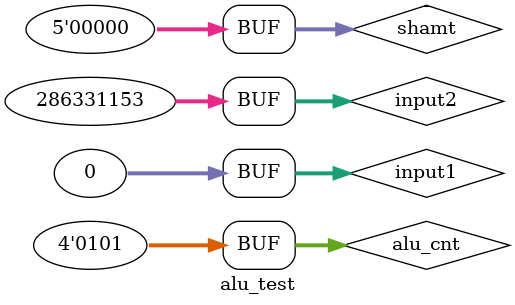
<source format=v>
`timescale 1ns / 1ps

module alu_test;

	// Inputs
	reg [3:0] alu_cnt;
	reg [31:0] input1;
	reg [31:0] input2;
	reg [4:0] shamt;

	// Outputs
	wire [31:0] result;
	wire zero;

	// Instantiate the Unit Under Test (UUT)
	alu uut (
		.alu_cnt(alu_cnt), 
		.input1(input1), 
		.input2(input2), 
		.shamt(shamt), 
		.result(result), 
		.zero(zero)
	);

	initial begin
		alu_cnt = 4'b0000;
		input1 = 32'h00000000;
		input2 = 32'h00000001;
		shamt = 5'b00000;
		#100;
		
		alu_cnt = 4'b0011;
		input1 = 32'h00000001;
		input2 = 32'h00000001;
		shamt = 5'b00001;
		#100;
		
		alu_cnt = 4'b0101;
		input1 = 32'h00000000;
		input2 = 32'h11111111;
		shamt = 5'b00000;
		#100;
	end
      
endmodule


</source>
